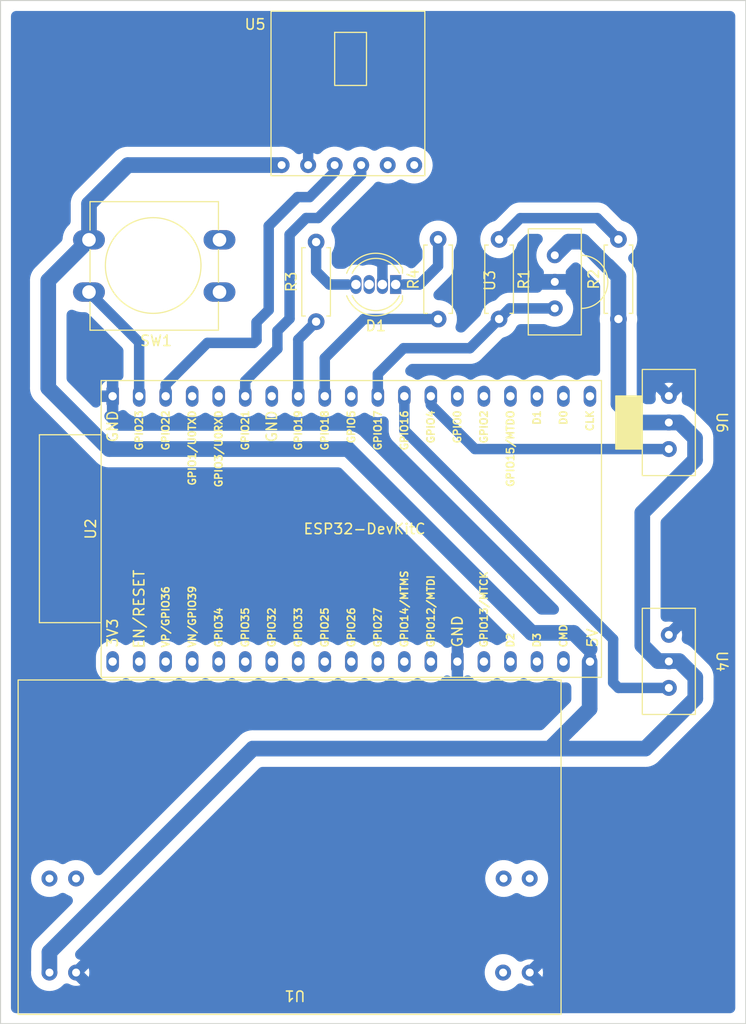
<source format=kicad_pcb>
(kicad_pcb (version 20211014) (generator pcbnew)
  (layers (0 "F.Cu" signal) (31 "B.Cu" signal) (34 "B.Paste" user) (35 "F.Paste" user) (36 "B.SilkS" user "B.Silkscreen") (37 "F.SilkS" user "F.Silkscreen") (38 "B.Mask" user) (39 "F.Mask" user) (44 "Edge.Cuts" user))
  (net 0 "")
  (net 1 "Net-(R1-Pad2)")
  (net 2 "GND")
  (net 3 "VCC")
  (net 5 "Net-(U2-Pad27)")
  (net 6 "Net-(U2-Pad26)")
  (net 7 "Net-(U2-Pad36)")
  (net 8 "Net-(U2-Pad33)")
  (net 10 "Net-(R1-Pad1)")
  (net 12 "Net-(R3-Pad1)")
  (net 13 "Net-(R4-Pad1)")
  (net 35 "Net-(D1-Pad3)")
  (net 41 "Net-(D1-Pad1)")
  (net 44 "Net-(SW1-Pad1)")
  (footprint "smart_ac_controller:Breadboard Power Supply" (layer "F.Cu") (at 128.016 88.425 180)
    (fp_text reference "U1" (at -0.508 -24.224 180 unlocked) (layer "F.SilkS"))
    (fp_text value "Breadboard_Power_Supply")
    (fp_rect (start -26 -26) (end 26 6) (layer "F.SilkS") (width 0.12) (fill none))
    (pad "" thru_hole circle (at -23 -13 180) (size 1.524 1.524) (drill 0.762) (layers *.Cu *.Mask))
    (pad "" thru_hole circle (at 20.45 -13 180) (size 1.524 1.524) (drill 0.762) (layers *.Cu *.Mask))
    (pad "" thru_hole circle (at 23 -13 180) (size 1.524 1.524) (drill 0.762) (layers *.Cu *.Mask))
    (pad "" thru_hole circle (at -20.5 -13 180) (size 1.524 1.524) (drill 0.762) (layers *.Cu *.Mask))
    (pad "1" thru_hole circle (at -20.45 -22 180) (size 1.524 1.524) (drill 0.762) (layers *.Cu *.Mask))
    (pad "2" thru_hole circle (at 23 -22 180) (size 1.524 1.524) (drill 0.762) (layers *.Cu *.Mask) (net 3 "VCC"))
    (pad "3" thru_hole circle (at 20.45 -22 180) (size 1.524 1.524) (drill 0.762) (layers *.Cu *.Mask) (net 2 "GND"))
    (pad "3" thru_hole circle (at -23 -22 180) (size 1.524 1.524) (drill 0.762) (layers *.Cu *.Mask) (net 2 "GND"))
  )
  (footprint "smart_ac_controller:LED_D5.0mm-4_RGB" (layer "F.Cu") (at 138.176 44.577 180)
    (fp_text reference "D1" (at 1.905 -3.96) (layer "F.SilkS"))
    (fp_text value "LED_RGBK")
    (fp_line (start -0.655 -1.545) (end -0.655 -1.08) (layer "F.SilkS") (width 0.12))
    (fp_line (start -0.655 1.08) (end -0.655 1.545) (layer "F.SilkS") (width 0.12))
    (fp_arc (start -0.655 -1.54483) (mid 2.163456 -2.978809) (end 4.692815 -1.080827) (layer "F.SilkS") (width 0.12))
    (fp_arc (start -0.349684 -1.08) (mid 1.904762 -2.5) (end 4.159479 -1.080429) (layer "F.SilkS") (width 0.12))
    (fp_arc (start 4.692815 1.080827) (mid 2.163456 2.978808) (end -0.655 1.54483) (layer "F.SilkS") (width 0.12))
    (fp_arc (start 4.159479 1.080429) (mid 1.904762 2.5) (end -0.349684 1.08) (layer "F.SilkS") (width 0.12))
    (pad "1" thru_hole rect (at 0 0 180) (size 1.07 1.8) (drill 0.9) (layers *.Cu *.Mask) (net 41 "Net-(D1-Pad1)"))
    (pad "2" thru_hole oval (at 2.54 0 180) (size 1.07 1.8) (drill 0.9) (layers *.Cu *.Mask))
    (pad "3" thru_hole oval (at 3.81 0 180) (size 1.07 1.8) (drill 0.9) (layers *.Cu *.Mask) (net 35 "Net-(D1-Pad3)"))
    (pad "4" thru_hole oval (at 1.27 0 180) (size 1.07 1.8) (drill 0.9) (layers *.Cu *.Mask) (net 2 "GND") (clearance 0.1))
  )
  (footprint "Resistor_THT:R_Axial_DIN0207_L6.3mm_D2.5mm_P7.62mm_Horizontal" (layer "F.Cu") (at 148.082 40.259 -90)
    (fp_text reference "R1" (at 3.81 -2.37 90) (layer "F.SilkS"))
    (fp_text value "10k")
    (fp_line (start 7.08 1.37) (end 7.08 1.04) (layer "F.SilkS") (width 0.12))
    (fp_line (start 0.54 1.37) (end 7.08 1.37) (layer "F.SilkS") (width 0.12))
    (fp_line (start 7.08 -1.37) (end 7.08 -1.04) (layer "F.SilkS") (width 0.12))
    (fp_line (start 0.54 1.04) (end 0.54 1.37) (layer "F.SilkS") (width 0.12))
    (fp_line (start 0.54 -1.04) (end 0.54 -1.37) (layer "F.SilkS") (width 0.12))
    (fp_line (start 0.54 -1.37) (end 7.08 -1.37) (layer "F.SilkS") (width 0.12))
    (pad "1" thru_hole circle (at 0 0 270) (size 1.6 1.6) (drill 0.8) (layers *.Cu *.Mask) (net 10 "Net-(R1-Pad1)"))
    (pad "2" thru_hole oval (at 7.62 0 270) (size 1.6 1.6) (drill 0.8) (layers *.Cu *.Mask) (net 1 "Net-(R1-Pad2)"))
  )
  (footprint "Button_Switch_THT:SW_PUSH-12mm" (layer "F.Cu") (at 121.302 45.299 180)
    (fp_text reference "SW1" (at 6.08 -4.66) (layer "F.SilkS"))
    (fp_text value "SW_Push_Dual")
    (fp_line (start 12.4 -3.65) (end 12.4 -0.93) (layer "F.SilkS") (width 0.12))
    (fp_line (start 0.1 4.07) (end 0.1 0.93) (layer "F.SilkS") (width 0.12))
    (fp_line (start 0.1 8.65) (end 0.1 5.93) (layer "F.SilkS") (width 0.12))
    (fp_line (start 12.4 0.93) (end 12.4 4.07) (layer "F.SilkS") (width 0.12))
    (fp_line (start 0.1 -3.65) (end 12.4 -3.65) (layer "F.SilkS") (width 0.12))
    (fp_line (start 0.1 -0.93) (end 0.1 -3.65) (layer "F.SilkS") (width 0.12))
    (fp_line (start 12.4 5.93) (end 12.4 8.65) (layer "F.SilkS") (width 0.12))
    (fp_line (start 12.4 8.65) (end 0.1 8.65) (layer "F.SilkS") (width 0.12))
    (fp_circle (center 6.35 2.54) (end 10.16 5.08) (layer "F.SilkS") (width 0.12) (fill none))
    (pad "1" thru_hole oval (at 0 0 180) (size 3.048 1.85) (drill 1.3) (layers *.Cu *.Mask) (net 44 "Net-(SW1-Pad1)"))
    (pad "1" thru_hole oval (at 12.5 0 180) (size 3.048 1.85) (drill 1.3) (layers *.Cu *.Mask) (net 44 "Net-(SW1-Pad1)"))
    (pad "2" thru_hole oval (at 0 5 180) (size 3.048 1.85) (drill 1.3) (layers *.Cu *.Mask) (net 3 "VCC"))
    (pad "2" thru_hole oval (at 12.5 5 180) (size 3.048 1.85) (drill 1.3) (layers *.Cu *.Mask) (net 3 "VCC"))
  )
  (footprint "smart_ac_controller:AMG8833" (layer "F.Cu") (at 132.334 30.607)
    (fp_text reference "U5" (at -7.62 -10.922 unlocked) (layer "F.SilkS"))
    (fp_text value "AMG8833")
    (fp_rect (start 0 -10.16) (end 3.048 -5.08) (layer "F.SilkS") (width 0.12) (fill none))
    (fp_rect (start 8.636 3.556) (end -6.096 -12.192) (layer "F.SilkS") (width 0.12) (fill none))
    (pad "1" thru_hole circle (at -5.08 2.54) (size 1.524 1.524) (drill 0.762) (layers *.Cu *.Mask) (net 3 "VCC"))
    (pad "2" thru_hole circle (at -2.54 2.54) (size 1.524 1.524) (drill 0.762) (layers *.Cu *.Mask) (net 2 "GND"))
    (pad "3" thru_hole circle (at 0 2.54) (size 1.524 1.524) (drill 0.762) (layers *.Cu *.Mask) (net 7 "Net-(U2-Pad36)"))
    (pad "4" thru_hole circle (at 2.54 2.54) (size 1.524 1.524) (drill 0.762) (layers *.Cu *.Mask) (net 8 "Net-(U2-Pad33)"))
    (pad "5" thru_hole circle (at 5.08 2.54) (size 1.524 1.524) (drill 0.762) (layers *.Cu *.Mask))
    (pad "6" thru_hole circle (at 7.62 2.54) (size 1.524 1.524) (drill 0.762) (layers *.Cu *.Mask))
  )
  (footprint "smart_ac_controller:IR_Transmitter" (layer "F.Cu") (at 164.338 80.645 -90)
    (fp_text reference "U4" (at 0 -5.08 -90 unlocked) (layer "F.SilkS"))
    (fp_text value "IR_Transmitter")
    (fp_rect (start -5.08 -2.54) (end 5.08 2.54) (layer "F.SilkS") (width 0.12) (fill none))
    (pad "1" thru_hole circle (at -2.54 0 270) (size 1.524 1.524) (drill 0.762) (layers *.Cu *.Mask) (net 2 "GND"))
    (pad "2" thru_hole circle (at 0 0 270) (size 1.524 1.524) (drill 0.762) (layers *.Cu *.Mask) (net 3 "VCC"))
    (pad "3" thru_hole circle (at 2.54 0 270) (size 1.524 1.524) (drill 0.762) (layers *.Cu *.Mask) (net 5 "Net-(U2-Pad27)"))
  )
  (footprint "smart_ac_controller:DHT22" (layer "F.Cu") (at 164.338 57.785 -90)
    (fp_text reference "U6" (at 0 -5.08 -90 unlocked) (layer "F.SilkS"))
    (fp_text value "DHT22")
    (fp_rect (start -5.08 -2.54) (end 5.08 2.54) (layer "F.SilkS") (width 0.12) (fill none))
    (fp_poly (pts (xy 2.54 5.08) (xy -2.54 5.08) (xy -2.54 2.54) (xy 2.54 2.54)) (layer "F.SilkS") (width 0.12) (fill solid))
    (pad "1" thru_hole circle (at -2.54 0 270) (size 1.524 1.524) (drill 0.762) (layers *.Cu *.Mask) (net 2 "GND"))
    (pad "2" thru_hole circle (at 0 0 270) (size 1.524 1.524) (drill 0.762) (layers *.Cu *.Mask) (net 3 "VCC"))
    (pad "3" thru_hole circle (at 2.54 0 270) (size 1.524 1.524) (drill 0.762) (layers *.Cu *.Mask) (net 6 "Net-(U2-Pad26)"))
  )
  (footprint "Espressif:ESP32-DevKitC" (layer "F.Cu") (at 111.0644 80.67268 90)
    (fp_text reference "U2" (at 12.70368 -2.09728 90) (layer "F.SilkS"))
    (fp_text value "ESP32-DevKitC" (at 12.70368 24.13272) (layer "F.SilkS"))
    (fp_text user "3V3" (at 1.27368 0.00272 90 unlocked) (layer "F.SilkS") (effects (justify left)))
    (fp_text user "GPIO15/MTDO" (at 24.13368 38.10272 90 unlocked) (layer "F.SilkS") (effects (font (size 0.7 0.7)) (justify right)))
    (fp_text user "GPIO27" (at 1.27368 25.40272 90 unlocked) (layer "F.SilkS") (effects (font (size 0.7 0.7)) (justify left)))
    (fp_text user "EN/RESET" (at 8.89 2.54 90 unlocked) (layer "F.SilkS") (effects (justify right)))
    (fp_text user "GPIO2" (at 24.13368 35.56272 90 unlocked) (layer "F.SilkS") (effects (font (size 0.7 0.7)) (justify right)))
    (fp_text user "GND" (at 1.27368 33.02272 90 unlocked) (layer "F.SilkS") (effects (justify left)))
    (fp_text user "D0" (at 24.13368 43.18272 90 unlocked) (layer "F.SilkS") (effects (font (size 0.7 0.7)) (justify right)))
    (fp_text user "GPIO0" (at 24.13368 33.02272 90 unlocked) (layer "F.SilkS") (effects (font (size 0.7 0.7)) (justify right)))
    (fp_text user "GPIO35" (at 1.27368 12.70272 90 unlocked) (layer "F.SilkS") (effects (font (size 0.7 0.7)) (justify left)))
    (fp_text user "GPIO17" (at 24.13368 25.40272 90 unlocked) (layer "F.SilkS") (effects (font (size 0.7 0.7)) (justify right)))
    (fp_text user "5V" (at 1.27 45.974 90 unlocked) (layer "F.SilkS") (effects (justify left)))
    (fp_text user "GND" (at 24.13368 15.24272 90 unlocked) (layer "F.SilkS") (effects (justify right)))
    (fp_text user "GPIO33" (at 1.27368 17.78272 90 unlocked) (layer "F.SilkS") (effects (font (size 0.7 0.7)) (justify left)))
    (fp_text user "D2" (at 1.27368 38.10272 90 unlocked) (layer "F.SilkS") (effects (font (size 0.7 0.7)) (justify left)))
    (fp_text user "VN/GPIO39" (at 1.27368 7.62272 90 unlocked) (layer "F.SilkS") (effects (font (size 0.7 0.7)) (justify left)))
    (fp_text user "CLK" (at 24.13368 45.72272 90 unlocked) (layer "F.SilkS") (effects (font (size 0.7 0.7)) (justify right)))
    (fp_text user "GPIO34" (at 1.27368 10.16272 90 unlocked) (layer "F.SilkS") (effects (font (size 0.7 0.7)) (justify left)))
    (fp_text user "GPIO14/MTMS" (at 1.27368 27.94272 90 unlocked) (layer "F.SilkS") (effects (font (size 0.7 0.7)) (justify left)))
    (fp_text user "GPIO32" (at 1.27368 15.24272 90 unlocked) (layer "F.SilkS") (effects (font (size 0.7 0.7)) (justify left)))
    (fp_text user "GPIO3/U0RXD" (at 24.13368 10.16272 90 unlocked) (layer "F.SilkS") (effects (font (size 0.7 0.7)) (justify right)))
    (fp_text user "D1" (at 24.13368 40.64272 90 unlocked) (layer "F.SilkS") (effects (font (size 0.7 0.7)) (justify right)))
    (fp_text user "GND" (at 24.13368 0.00272 90 unlocked) (layer "F.SilkS") (effects (justify right)))
    (fp_text user "GPIO22" (at 24.13368 5.08272 90 unlocked) (layer "F.SilkS") (effects (font (size 0.7 0.7)) (justify right)))
    (fp_text user "GPIO21" (at 24.13368 12.70272 90 unlocked) (layer "F.SilkS") (effects (font (size 0.7 0.7)) (justify right)))
    (fp_text user "GPIO16" (at 24.13368 27.94272 90 unlocked) (layer "F.SilkS") (effects (font (size 0.7 0.7)) (justify right)))
    (fp_text user "VP/GPIO36" (at 1.27368 5.08272 90 unlocked) (layer "F.SilkS") (effects (font (size 0.7 0.7)) (justify left)))
    (fp_text user "GPIO19" (at 24.13368 17.78272 90 unlocked) (layer "F.SilkS") (effects (font (size 0.7 0.7)) (justify right)))
    (fp_text user "GPIO18" (at 24.13368 20.32272 90 unlocked) (layer "F.SilkS") (effects (font (size 0.7 0.7)) (justify right)))
    (fp_text user "GPIO26" (at 1.27368 22.86272 90 unlocked) (layer "F.SilkS") (effects (font (size 0.7 0.7)) (justify left)))
    (fp_text user "GPIO23" (at 24.13368 2.54272 90 unlocked) (layer "F.SilkS") (effects (font (size 0.7 0.7)) (justify right)))
    (fp_text user "CMD" (at 1.27368 43.18272 90 unlocked) (layer "F.SilkS") (effects (font (size 0.7 0.7)) (justify left)))
    (fp_text user "GPIO12/MTDI" (at 1.27368 30.48272 90 unlocked) (layer "F.SilkS") (effects (font (size 0.7 0.7)) (justify left)))
    (fp_text user "GPIO4" (at 24.13368 30.48272 90 unlocked) (layer "F.SilkS") (effects (font (size 0.7 0.7)) (justify right)))
    (fp_text user "GPIO1/U0TXD" (at 24.13368 7.62272 90 unlocked) (layer "F.SilkS") (effects (font (size 0.7 0.7)) (justify right)))
    (fp_text user "D3" (at 1.27368 40.64272 90 unlocked) (layer "F.SilkS") (effects (font (size 0.7 0.7)) (justify left)))
    (fp_text user "GPIO13/MTCK" (at 1.27368 35.56272 90 unlocked) (layer "F.SilkS") (effects (font (size 0.7 0.7)) (justify left)))
    (fp_text user "GPIO5" (at 24.13368 22.86272 90 unlocked) (layer "F.SilkS") (effects (font (size 0.7 0.7)) (justify right)))
    (fp_text user "GPIO25" (at 1.27368 20.32272 90 unlocked) (layer "F.SilkS") (effects (font (size 0.7 0.7)) (justify left)))
    (fp_line (start 3.7338 -1.1176) (end 3.7338 -7.0104) (layer "F.SilkS") (width 0.12))
    (fp_line (start 21.717 -7.0104) (end 21.717 -1.1176) (layer "F.SilkS") (width 0.12))
    (fp_line (start -1.496319 -1.09728) (end -1.49632 46.82272) (layer "F.SilkS") (width 0.12))
    (fp_line (start 26.90368 -1.09728) (end -1.496319 -1.09728) (layer "F.SilkS") (width 0.12))
    (fp_line (start 3.7338 -7.0104) (end 21.717 -7.0104) (layer "F.SilkS") (width 0.12))
    (fp_line (start -1.49632 46.82272) (end 26.903679 46.82272) (layer "F.SilkS") (width 0.12))
    (fp_line (start 26.903679 46.82272) (end 26.90368 -1.09728) (layer "F.SilkS") (width 0.12))
    (pad "1" thru_hole oval locked (at 0.00368 0.00272) (size 1.2 2) (drill 0.8) (layers *.Cu *.Mask))
    (pad "2" thru_hole oval locked (at 0.00368 2.54272) (size 1.2 2) (drill 0.8) (layers *.Cu *.Mask))
    (pad "3" thru_hole oval locked (at 0.00368 5.08272) (size 1.2 2) (drill 0.8) (layers *.Cu *.Mask))
    (pad "4" thru_hole oval locked (at 0.00368 7.62272) (size 1.2 2) (drill 0.8) (layers *.Cu *.Mask))
    (pad "5" thru_hole oval locked (at 0.00368 10.16272) (size 1.2 2) (drill 0.8) (layers *.Cu *.Mask))
    (pad "6" thru_hole oval locked (at 0.00368 12.70272) (size 1.2 2) (drill 0.8) (layers *.Cu *.Mask))
    (pad "7" thru_hole oval locked (at 0.00368 15.24272) (size 1.2 2) (drill 0.8) (layers *.Cu *.Mask))
    (pad "8" thru_hole oval locked (at 0.00368 17.78272) (size 1.2 2) (drill 0.8) (layers *.Cu *.Mask))
    (pad "9" thru_hole oval locked (at 0.00368 20.32272) (size 1.2 2) (drill 0.8) (layers *.Cu *.Mask))
    (pad "10" thru_hole oval locked (at 0.00368 22.86272) (size 1.2 2) (drill 0.8) (layers *.Cu *.Mask))
    (pad "11" thru_hole oval locked (at 0.00368 25.40272) (size 1.2 2) (drill 0.8) (layers *.Cu *.Mask))
    (pad "12" thru_hole oval locked (at 0.00368 27.94272) (size 1.2 2) (drill 0.8) (layers *.Cu *.Mask))
    (pad "13" thru_hole oval locked (at 0.00368 30.48272) (size 1.2 2) (drill 0.8) (layers *.Cu *.Mask))
    (pad "14" thru_hole roundrect locked (at 0.00368 33.02272) (size 1.2 2) (drill 0.8) (layers *.Cu *.Mask) (net 2 "GND"))
    (pad "15" thru_hole oval locked (at 0.00368 35.56272) (size 1.2 2) (drill 0.8) (layers *.Cu *.Mask))
    (pad "16" thru_hole oval locked (at 0.00368 38.10272) (size 1.2 2) (drill 0.8) (layers *.Cu *.Mask))
    (pad "17" thru_hole oval locked (at 0.00368 40.64272) (size 1.2 2) (drill 0.8) (layers *.Cu *.Mask))
    (pad "18" thru_hole oval locked (at 0.00368 43.18272) (size 1.2 2) (drill 0.8) (layers *.Cu *.Mask))
    (pad "19" thru_hole oval locked (at 0.00368 45.72272) (size 1.2 2) (drill 0.8) (layers *.Cu *.Mask) (net 3 "VCC"))
    (pad "20" thru_hole oval locked (at 25.4 45.72) (size 1.2 2) (drill 0.8) (layers *.Cu *.Mask))
    (pad "21" thru_hole oval locked (at 25.4 43.18) (size 1.2 2) (drill 0.8) (layers *.Cu *.Mask))
    (pad "22" thru_hole oval locked (at 25.40368 40.64272) (size 1.2 2) (drill 0.8) (layers *.Cu *.Mask))
    (pad "23" thru_hole oval locked (at 25.40368 38.10272) (size 1.2 2) (drill 0.8) (layers *.Cu *.Mask))
    (pad "24" thru_hole oval locked (at 25.40368 35.56272) (size 1.2 2) (drill 0.8) (layers *.Cu *.Mask))
    (pad "25" thru_hole oval locked (at 25.40368 33.02272) (size 1.2 2) (drill 0.8) (layers *.Cu *.Mask))
    (pad "26" thru_hole oval locked (at 25.40368 30.48272) (size 1.2 2) (drill 0.8) (layers *.Cu *.Mask) (net 6 "Net-(U2-Pad26)"))
    (pad "27" thru_hole oval locked (at 25.40368 27.94272) (size 1.2 2) (drill 0.8) (layers *.Cu *.Mask) (net 5 "Net-(U2-Pad27)"))
    (pad "28" thru_hole oval locked (at 25.40368 25.40272) (size 1.2 2) (drill 0.8) (layers *.Cu *.Mask) (net 1 "Net-(R1-Pad2)"))
    (pad "29" thru_hole oval locked (at 25.40368 22.86272) (size 1.2 2) (drill 0.8) (layers *.Cu *.Mask))
    (pad "30" thru_hole oval locked (at 25.40368 20.32272) (size 1.2 2) (drill 0.8) (layers *.Cu *.Mask) (net 13 "Net-(R4-Pad1)"))
    (pad "31" thru_hole oval locked (at 25.40368 17.78272) (size 1.2 2) (drill 0.8) (layers *.Cu *.Mask) (net 12 "Net-(R3-Pad1)"))
    (pad "32" thru_hole oval locked (at 25.40368 15.24272) (size 1.2 2) (drill 0.8) (layers *.Cu *.Mask))
    (pad "33" thru_hole oval locked (at 25.40368 12.70272) (size 1.2 2) (drill 0.8) (layers *.Cu *.Mask) (net 8 "Net-(U2-Pad33)"))
    (pad "34" thru_hole oval locked (at 25.40368 10.16272) (size 1.2 2) (drill 0.8) (layers *.Cu *.Mask))
    (pad "35" thru_hole oval locked (at 25.40368 7.62272) (size 1.2 2) (drill 0.8) (layers *.Cu *.Mask))
    (pad "36" thru_hole oval locked (at 25.40368 5.08272) (size 1.2 2) (drill 0.8) (layers *.Cu *.Mask) (net 7 "Net-(U2-Pad36)"))
    (pad "37" thru_hole oval locked (at 25.40368 2.54272) (size 1.2 2) (drill 0.8) (layers *.Cu *.Mask) (net 44 "Net-(SW1-Pad1)"))
    (pad "38" thru_hole roundrect locked (at 25.40368 0.00272) (size 1.2 2) (drill 0.8) (layers *.Cu *.Mask) (net 2 "GND"))
  )
  (footprint "Resistor_THT:R_Axial_DIN0207_L6.3mm_D2.5mm_P7.62mm_Horizontal" (layer "F.Cu") (at 130.556 48.133 90)
    (fp_text reference "R3" (at 3.81 -2.37 90) (layer "F.SilkS"))
    (fp_text value "220")
    (fp_line (start 0.54 1.04) (end 0.54 1.37) (layer "F.SilkS") (width 0.12))
    (fp_line (start 0.54 -1.37) (end 7.08 -1.37) (layer "F.SilkS") (width 0.12))
    (fp_line (start 7.08 1.37) (end 7.08 1.04) (layer "F.SilkS") (width 0.12))
    (fp_line (start 7.08 -1.37) (end 7.08 -1.04) (layer "F.SilkS") (width 0.12))
    (fp_line (start 0.54 -1.04) (end 0.54 -1.37) (layer "F.SilkS") (width 0.12))
    (fp_line (start 0.54 1.37) (end 7.08 1.37) (layer "F.SilkS") (width 0.12))
    (pad "1" thru_hole circle (at 0 0 90) (size 1.6 1.6) (drill 0.8) (layers *.Cu *.Mask) (net 12 "Net-(R3-Pad1)"))
    (pad "2" thru_hole oval (at 7.62 0 90) (size 1.6 1.6) (drill 0.8) (layers *.Cu *.Mask) (net 35 "Net-(D1-Pad3)"))
  )
  (footprint "Resistor_THT:R_Axial_DIN0207_L6.3mm_D2.5mm_P7.62mm_Horizontal" (layer "F.Cu") (at 142.24 47.879 90)
    (fp_text reference "R4" (at 3.81 -2.37 90) (layer "F.SilkS"))
    (fp_text value "220")
    (fp_line (start 0.54 -1.37) (end 7.08 -1.37) (layer "F.SilkS") (width 0.12))
    (fp_line (start 0.54 1.37) (end 7.08 1.37) (layer "F.SilkS") (width 0.12))
    (fp_line (start 0.54 1.04) (end 0.54 1.37) (layer "F.SilkS") (width 0.12))
    (fp_line (start 0.54 -1.04) (end 0.54 -1.37) (layer "F.SilkS") (width 0.12))
    (fp_line (start 7.08 -1.37) (end 7.08 -1.04) (layer "F.SilkS") (width 0.12))
    (fp_line (start 7.08 1.37) (end 7.08 1.04) (layer "F.SilkS") (width 0.12))
    (pad "1" thru_hole circle (at 0 0 90) (size 1.6 1.6) (drill 0.8) (layers *.Cu *.Mask) (net 13 "Net-(R4-Pad1)"))
    (pad "2" thru_hole oval (at 7.62 0 90) (size 1.6 1.6) (drill 0.8) (layers *.Cu *.Mask) (net 41 "Net-(D1-Pad1)"))
  )
  (footprint "Resistor_THT:R_Axial_DIN0207_L6.3mm_D2.5mm_P7.62mm_Horizontal" (layer "F.Cu") (at 159.512 47.879 90)
    (fp_text reference "R2" (at 3.81 -2.37 90) (layer "F.SilkS"))
    (fp_text value "10k")
    (fp_line (start 0.54 1.04) (end 0.54 1.37) (layer "F.SilkS") (width 0.12))
    (fp_line (start 7.08 -1.37) (end 7.08 -1.04) (layer "F.SilkS") (width 0.12))
    (fp_line (start 7.08 1.37) (end 7.08 1.04) (layer "F.SilkS") (width 0.12))
    (fp_line (start 0.54 -1.37) (end 7.08 -1.37) (layer "F.SilkS") (width 0.12))
    (fp_line (start 0.54 -1.04) (end 0.54 -1.37) (layer "F.SilkS") (width 0.12))
    (fp_line (start 0.54 1.37) (end 7.08 1.37) (layer "F.SilkS") (width 0.12))
    (pad "1" thru_hole circle (at 0 0 90) (size 1.6 1.6) (drill 0.8) (layers *.Cu *.Mask) (net 3 "VCC"))
    (pad "2" thru_hole oval (at 7.62 0 90) (size 1.6 1.6) (drill 0.8) (layers *.Cu *.Mask) (net 10 "Net-(R1-Pad1)"))
  )
  (footprint "smart_ac_controller:VS1838B" (layer "F.Cu") (at 153.416 44.323 90)
    (fp_text reference "U3" (at 0.127 -6.223 90 unlocked) (layer "F.SilkS"))
    (fp_text value "VS1838B")
    (fp_rect (start -5.08 -2.54) (end 5.08 2.54) (layer "F.SilkS") (width 0.12) (fill none))
    (fp_arc (start 2.54 2.54) (mid 0 5.08) (end -2.54 2.54) (layer "F.SilkS") (width 0.12))
    (pad "1" thru_hole circle (at -2.54 0 90) (size 1.524 1.524) (drill 0.762) (layers *.Cu *.Mask) (net 1 "Net-(R1-Pad2)"))
    (pad "2" thru_hole circle (at 0 0 90) (size 1.524 1.524) (drill 0.762) (layers *.Cu *.Mask) (net 2 "GND"))
    (pad "3" thru_hole circle (at 2.54 0 90) (size 1.524 1.524) (drill 0.762) (layers *.Cu *.Mask) (net 3 "VCC"))
  )
  (gr_rect (start 100.33 17.399) (end 171.704 115.316) (layer "Edge.Cuts") (width 0.1) (fill none))
  (segment (start 149.098 46.863) (end 148.082 47.879) (width 1) (layer "B.Cu") (net 1))
  (segment (start 145.288 50.673) (end 138.938 50.673) (width 1) (layer "B.Cu") (net 1))
  (segment (start 153.416 46.863) (end 149.098 46.863) (width 1) (layer "B.Cu") (net 1))
  (segment (start 136.46712 53.14388) (end 136.46712 55.269) (width 1) (layer "B.Cu") (net 1))
  (segment (start 138.938 50.673) (end 136.46712 53.14388) (width 1) (layer "B.Cu") (net 1))
  (segment (start 148.082 47.879) (end 145.288 50.673) (width 1) (layer "B.Cu") (net 1))
  (segment (start 136.906 44.577) (end 136.906 40.005) (width 1) (layer "B.Cu") (net 2))
  (segment (start 153.416 44.323) (end 155.448 44.323) (width 1.5) (layer "B.Cu") (net 2))
  (segment (start 153.416 44.323) (end 150.876 44.323) (width 1.5) (layer "B.Cu") (net 2))
  (segment (start 129.794 33.147) (end 129.794 30.607) (width 1) (layer "B.Cu") (net 2))
  (segment (start 159.512 47.879) (end 159.512 43.815) (width 1.5) (layer "B.Cu") (net 3))
  (segment (start 161.798 79.116814) (end 163.297697 80.616511) (width 1.5) (layer "B.Cu") (net 3))
  (segment (start 124.49648 88.99052) (end 152.94448 88.99052) (width 1.5) (layer "B.Cu") (net 3))
  (segment (start 166.873814 84.201) (end 162.084294 88.99052) (width 1.5) (layer "B.Cu") (net 3))
  (segment (start 155.067 86.868) (end 152.94448 88.99052) (width 1.5) (layer "B.Cu") (net 3))
  (segment (start 108.802 40.299) (end 108.802 36.867) (width 1.5) (layer "B.Cu") (net 3))
  (segment (start 158.505511 42.808511) (end 158.455957 42.808511) (width 1.5) (layer "B.Cu") (net 3))
  (segment (start 162.084294 88.99052) (end 156.75448 88.99052) (width 1.5) (layer "B.Cu") (net 3))
  (segment (start 166.849511 61.365303) (end 161.798 66.416814) (width 1.5) (layer "B.Cu") (net 3))
  (segment (start 163.297697 80.616511) (end 165.321325 80.616511) (width 1.5) (layer "B.Cu") (net 3))
  (segment (start 165.349814 57.785) (end 166.849511 59.284697) (width 1.5) (layer "B.Cu") (net 3))
  (segment (start 159.512 56.002814) (end 161.294186 57.785) (width 1.5) (layer "B.Cu") (net 3))
  (segment (start 156.42752 85.50748) (end 155.067 86.868) (width 1.5) (layer "B.Cu") (net 3))
  (segment (start 104.902 44.199) (end 108.802 40.299) (width 1.5) (layer "B.Cu") (net 3))
  (segment (start 152.94448 88.99052) (end 156.75448 88.99052) (width 1.5) (layer "B.Cu") (net 3))
  (segment (start 156.75448 85.18052) (end 156.75448 80.669) (width 1.5) (layer "B.Cu") (net 3))
  (segment (start 161.294186 57.785) (end 164.338 57.785) (width 1.5) (layer "B.Cu") (net 3))
  (segment (start 151.19848 77.91948) (end 133.604 60.325) (width 1.5) (layer "B.Cu") (net 3))
  (segment (start 166.873814 82.169) (end 166.873814 84.201) (width 1.5) (layer "B.Cu") (net 3))
  (segment (start 112.522 33.147) (end 127.254 33.147) (width 1.5) (layer "B.Cu") (net 3))
  (segment (start 154.72248 40.47652) (end 153.416 41.783) (width 1.5) (layer "B.Cu") (net 3))
  (segment (start 105.016 108.471) (end 124.49648 88.99052) (width 1.5) (layer "B.Cu") (net 3))
  (segment (start 165.321325 80.616511) (end 166.873814 82.169) (width 1.5) (layer "B.Cu") (net 3))
  (segment (start 156.123966 40.47652) (end 154.72248 40.47652) (width 1.5) (layer "B.Cu") (net 3))
  (segment (start 164.338 57.785) (end 165.349814 57.785) (width 1.5) (layer "B.Cu") (net 3))
  (segment (start 108.802 36.867) (end 112.522 33.147) (width 1.5) (layer "B.Cu") (net 3))
  (segment (start 161.798 66.416814) (end 161.798 79.116814) (width 1.5) (layer "B.Cu") (net 3))
  (segment (start 156.75448 79.453637) (end 155.220323 77.91948) (width 1.5) (layer "B.Cu") (net 3))
  (segment (start 104.902 54.483) (end 104.902 44.199) (width 1.5) (layer "B.Cu") (net 3))
  (segment (start 133.604 60.325) (end 110.744 60.325) (width 1.5) (layer "B.Cu") (net 3))
  (segment (start 155.067 86.868) (end 156.75448 85.18052) (width 1.5) (layer "B.Cu") (net 3))
  (segment (start 166.849511 59.284697) (end 166.849511 61.365303) (width 1.5) (layer "B.Cu") (net 3))
  (segment (start 110.744 60.325) (end 104.902 54.483) (width 1.5) (layer "B.Cu") (net 3))
  (segment (start 155.220323 77.91948) (end 151.19848 77.91948) (width 1.5) (layer "B.Cu") (net 3))
  (segment (start 158.455957 42.808511) (end 156.123966 40.47652) (width 1.5) (layer "B.Cu") (net 3))
  (segment (start 159.512 43.815) (end 158.505511 42.808511) (width 1.5) (layer "B.Cu") (net 3))
  (segment (start 105.016 110.425) (end 105.016 108.471) (width 1.5) (layer "B.Cu") (net 3))
  (segment (start 159.512 47.879) (end 159.512 56.002814) (width 1.5) (layer "B.Cu") (net 3))
  (segment (start 159.004 78.521855) (end 139.00712 58.524975) (width 1) (layer "B.Cu") (net 5))
  (segment (start 164.338 83.185) (end 159.512 83.185) (width 1) (layer "B.Cu") (net 5))
  (segment (start 139.00712 58.524975) (end 139.00712 55.269) (width 1) (layer "B.Cu") (net 5))
  (segment (start 159.512 83.185) (end 159.004 82.677) (width 1) (layer "B.Cu") (net 5))
  (segment (start 159.004 82.677) (end 159.004 78.521855) (width 1) (layer "B.Cu") (net 5))
  (segment (start 141.54712 56.098169) (end 145.773951 60.325) (width 1) (layer "B.Cu") (net 6))
  (segment (start 141.54712 55.269) (end 141.54712 56.098169) (width 1) (layer "B.Cu") (net 6))
  (segment (start 145.773951 60.325) (end 164.338 60.325) (width 1) (layer "B.Cu") (net 6))
  (segment (start 132.334 33.805261) (end 129.925292 36.213969) (width 1) (layer "B.Cu") (net 7))
  (segment (start 116.14712 54.15988) (end 116.14712 55.269) (width 1) (layer "B.Cu") (net 7))
  (segment (start 128.775282 36.213969) (end 126.01648 38.972771) (width 1) (layer "B.Cu") (net 7))
  (segment (start 124.84808 48.185424) (end 124.84808 49.911) (width 1) (layer "B.Cu") (net 7))
  (segment (start 124.59408 50.165) (end 120.142 50.165) (width 1) (layer "B.Cu") (net 7))
  (segment (start 124.84808 49.911) (end 124.59408 50.165) (width 1) (layer "B.Cu") (net 7))
  (segment (start 126.01648 47.017024) (end 124.84808 48.185424) (width 1) (layer "B.Cu") (net 7))
  (segment (start 129.925292 36.213969) (end 128.775282 36.213969) (width 1) (layer "B.Cu") (net 7))
  (segment (start 120.142 50.165) (end 116.14712 54.15988) (width 1) (layer "B.Cu") (net 7))
  (segment (start 126.01648 38.972771) (end 126.01648 47.017024) (width 1) (layer "B.Cu") (net 7))
  (segment (start 132.334 33.147) (end 132.334 33.805261) (width 1) (layer "B.Cu") (net 7))
  (segment (start 126.8476 50.739228) (end 123.76712 53.819708) (width 1) (layer "B.Cu") (net 8))
  (segment (start 128.016 47.845252) (end 126.8476 49.013652) (width 1) (layer "B.Cu") (net 8))
  (segment (start 134.874 34.093009) (end 130.75352 38.213489) (width 1) (layer "B.Cu") (net 8))
  (segment (start 128.016 39.800999) (end 128.016 47.845252) (width 1) (layer "B.Cu") (net 8))
  (segment (start 130.75352 38.213489) (end 129.60351 38.213489) (width 1) (layer "B.Cu") (net 8))
  (segment (start 134.874 33.147) (end 134.874 34.093009) (width 1) (layer "B.Cu") (net 8))
  (segment (start 126.8476 49.013652) (end 126.8476 50.739228) (width 1) (layer "B.Cu") (net 8))
  (segment (start 123.76712 53.819708) (end 123.76712 55.269) (width 1) (layer "B.Cu") (net 8))
  (segment (start 129.60351 38.213489) (end 128.016 39.800999) (width 1) (layer "B.Cu") (net 8))
  (segment (start 150.114 38.227) (end 157.48 38.227) (width 1) (layer "B.Cu") (net 10))
  (segment (start 157.48 38.227) (end 159.512 40.259) (width 1) (layer "B.Cu") (net 10))
  (segment (start 148.082 40.259) (end 150.114 38.227) (width 1) (layer "B.Cu") (net 10))
  (segment (start 128.84712 49.84188) (end 128.84712 55.269) (width 1) (layer "B.Cu") (net 12))
  (segment (start 130.556 48.133) (end 128.84712 49.84188) (width 1) (layer "B.Cu") (net 12))
  (segment (start 142.24 47.879) (end 135.128 47.879) (width 1) (layer "B.Cu") (net 13))
  (segment (start 135.128 47.879) (end 131.38712 51.61988) (width 1) (layer "B.Cu") (net 13))
  (segment (start 131.38712 51.61988) (end 131.38712 55.269) (width 1) (layer "B.Cu") (net 13))
  (segment (start 130.556 43.307) (end 131.826 44.577) (width 1) (layer "B.Cu") (net 35))
  (segment (start 130.556 40.513) (end 130.556 43.307) (width 1) (layer "B.Cu") (net 35))
  (segment (start 131.826 44.577) (end 133.60148 44.577) (width 1) (layer "B.Cu") (net 35))
  (segment (start 138.176 44.323) (end 138.176 44.577) (width 1) (layer "B.Cu") (net 41))
  (segment (start 140.462 44.577) (end 138.94052 44.577) (width 1) (layer "B.Cu") (net 41))
  (segment (start 142.24 42.799) (end 140.462 44.577) (width 1) (layer "B.Cu") (net 41))
  (segment (start 142.24 40.259) (end 142.24 42.799) (width 1) (layer "B.Cu") (net 41))
  (segment (start 113.60712 50.10412) (end 113.60712 55.269) (width 1) (layer "B.Cu") (net 44))
  (segment (start 108.802 45.299) (end 113.60712 50.10412) (width 1) (layer "B.Cu") (net 44))
  (zone (net 2) (net_name "GND") (layer "B.Cu") (name "GND") (connect_pads (clearance 1)) (min_thickness 1) (fill yes (thermal_gap 0.508) (thermal_bridge_width 1.1))
    (polygon (pts (xy 171.704 115.316) (xy 100.33 115.316) (xy 100.33 17.399) (xy 171.704 17.399)))
  )
)
</source>
